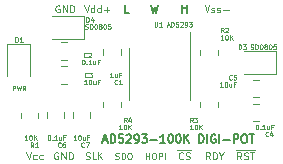
<source format=gto>
G04 #@! TF.GenerationSoftware,KiCad,Pcbnew,(6.0.0-0)*
G04 #@! TF.CreationDate,2023-03-25T21:38:46-07:00*
G04 #@! TF.ProjectId,breakout,62726561-6b6f-4757-942e-6b696361645f,2.0.1*
G04 #@! TF.SameCoordinates,Original*
G04 #@! TF.FileFunction,Legend,Top*
G04 #@! TF.FilePolarity,Positive*
%FSLAX46Y46*%
G04 Gerber Fmt 4.6, Leading zero omitted, Abs format (unit mm)*
G04 Created by KiCad (PCBNEW (6.0.0-0)) date 2023-03-25 21:38:46*
%MOMM*%
%LPD*%
G01*
G04 APERTURE LIST*
%ADD10C,0.140000*%
%ADD11C,0.120000*%
%ADD12C,0.100000*%
%ADD13C,0.080000*%
G04 APERTURE END LIST*
D10*
X145550000Y-111616666D02*
X145883333Y-111616666D01*
X145483333Y-111816666D02*
X145716666Y-111116666D01*
X145950000Y-111816666D01*
X146183333Y-111816666D02*
X146183333Y-111116666D01*
X146350000Y-111116666D01*
X146450000Y-111150000D01*
X146516666Y-111216666D01*
X146550000Y-111283333D01*
X146583333Y-111416666D01*
X146583333Y-111516666D01*
X146550000Y-111650000D01*
X146516666Y-111716666D01*
X146450000Y-111783333D01*
X146350000Y-111816666D01*
X146183333Y-111816666D01*
X147216666Y-111116666D02*
X146883333Y-111116666D01*
X146850000Y-111450000D01*
X146883333Y-111416666D01*
X146950000Y-111383333D01*
X147116666Y-111383333D01*
X147183333Y-111416666D01*
X147216666Y-111450000D01*
X147250000Y-111516666D01*
X147250000Y-111683333D01*
X147216666Y-111750000D01*
X147183333Y-111783333D01*
X147116666Y-111816666D01*
X146950000Y-111816666D01*
X146883333Y-111783333D01*
X146850000Y-111750000D01*
X147516666Y-111183333D02*
X147550000Y-111150000D01*
X147616666Y-111116666D01*
X147783333Y-111116666D01*
X147850000Y-111150000D01*
X147883333Y-111183333D01*
X147916666Y-111250000D01*
X147916666Y-111316666D01*
X147883333Y-111416666D01*
X147483333Y-111816666D01*
X147916666Y-111816666D01*
X148250000Y-111816666D02*
X148383333Y-111816666D01*
X148450000Y-111783333D01*
X148483333Y-111750000D01*
X148550000Y-111650000D01*
X148583333Y-111516666D01*
X148583333Y-111250000D01*
X148550000Y-111183333D01*
X148516666Y-111150000D01*
X148450000Y-111116666D01*
X148316666Y-111116666D01*
X148250000Y-111150000D01*
X148216666Y-111183333D01*
X148183333Y-111250000D01*
X148183333Y-111416666D01*
X148216666Y-111483333D01*
X148250000Y-111516666D01*
X148316666Y-111550000D01*
X148450000Y-111550000D01*
X148516666Y-111516666D01*
X148550000Y-111483333D01*
X148583333Y-111416666D01*
X148816666Y-111116666D02*
X149250000Y-111116666D01*
X149016666Y-111383333D01*
X149116666Y-111383333D01*
X149183333Y-111416666D01*
X149216666Y-111450000D01*
X149250000Y-111516666D01*
X149250000Y-111683333D01*
X149216666Y-111750000D01*
X149183333Y-111783333D01*
X149116666Y-111816666D01*
X148916666Y-111816666D01*
X148850000Y-111783333D01*
X148816666Y-111750000D01*
X149550000Y-111550000D02*
X150083333Y-111550000D01*
X150783333Y-111816666D02*
X150383333Y-111816666D01*
X150583333Y-111816666D02*
X150583333Y-111116666D01*
X150516666Y-111216666D01*
X150450000Y-111283333D01*
X150383333Y-111316666D01*
X151216666Y-111116666D02*
X151283333Y-111116666D01*
X151350000Y-111150000D01*
X151383333Y-111183333D01*
X151416666Y-111250000D01*
X151450000Y-111383333D01*
X151450000Y-111550000D01*
X151416666Y-111683333D01*
X151383333Y-111750000D01*
X151350000Y-111783333D01*
X151283333Y-111816666D01*
X151216666Y-111816666D01*
X151150000Y-111783333D01*
X151116666Y-111750000D01*
X151083333Y-111683333D01*
X151050000Y-111550000D01*
X151050000Y-111383333D01*
X151083333Y-111250000D01*
X151116666Y-111183333D01*
X151150000Y-111150000D01*
X151216666Y-111116666D01*
X151883333Y-111116666D02*
X151950000Y-111116666D01*
X152016666Y-111150000D01*
X152050000Y-111183333D01*
X152083333Y-111250000D01*
X152116666Y-111383333D01*
X152116666Y-111550000D01*
X152083333Y-111683333D01*
X152050000Y-111750000D01*
X152016666Y-111783333D01*
X151950000Y-111816666D01*
X151883333Y-111816666D01*
X151816666Y-111783333D01*
X151783333Y-111750000D01*
X151750000Y-111683333D01*
X151716666Y-111550000D01*
X151716666Y-111383333D01*
X151750000Y-111250000D01*
X151783333Y-111183333D01*
X151816666Y-111150000D01*
X151883333Y-111116666D01*
X152416666Y-111816666D02*
X152416666Y-111116666D01*
X152816666Y-111816666D02*
X152516666Y-111416666D01*
X152816666Y-111116666D02*
X152416666Y-111516666D01*
X153650000Y-111816666D02*
X153650000Y-111116666D01*
X153816666Y-111116666D01*
X153916666Y-111150000D01*
X153983333Y-111216666D01*
X154016666Y-111283333D01*
X154050000Y-111416666D01*
X154050000Y-111516666D01*
X154016666Y-111650000D01*
X153983333Y-111716666D01*
X153916666Y-111783333D01*
X153816666Y-111816666D01*
X153650000Y-111816666D01*
X154350000Y-111816666D02*
X154350000Y-111116666D01*
X155050000Y-111150000D02*
X154983333Y-111116666D01*
X154883333Y-111116666D01*
X154783333Y-111150000D01*
X154716666Y-111216666D01*
X154683333Y-111283333D01*
X154650000Y-111416666D01*
X154650000Y-111516666D01*
X154683333Y-111650000D01*
X154716666Y-111716666D01*
X154783333Y-111783333D01*
X154883333Y-111816666D01*
X154950000Y-111816666D01*
X155050000Y-111783333D01*
X155083333Y-111750000D01*
X155083333Y-111516666D01*
X154950000Y-111516666D01*
X155383333Y-111816666D02*
X155383333Y-111116666D01*
X155716666Y-111550000D02*
X156250000Y-111550000D01*
X156583333Y-111816666D02*
X156583333Y-111116666D01*
X156850000Y-111116666D01*
X156916666Y-111150000D01*
X156950000Y-111183333D01*
X156983333Y-111250000D01*
X156983333Y-111350000D01*
X156950000Y-111416666D01*
X156916666Y-111450000D01*
X156850000Y-111483333D01*
X156583333Y-111483333D01*
X157416666Y-111116666D02*
X157550000Y-111116666D01*
X157616666Y-111150000D01*
X157683333Y-111216666D01*
X157716666Y-111350000D01*
X157716666Y-111583333D01*
X157683333Y-111716666D01*
X157616666Y-111783333D01*
X157550000Y-111816666D01*
X157416666Y-111816666D01*
X157350000Y-111783333D01*
X157283333Y-111716666D01*
X157250000Y-111583333D01*
X157250000Y-111350000D01*
X157283333Y-111216666D01*
X157350000Y-111150000D01*
X157416666Y-111116666D01*
X157916666Y-111116666D02*
X158316666Y-111116666D01*
X158116666Y-111816666D02*
X158116666Y-111116666D01*
D11*
X143935142Y-100171428D02*
X144135142Y-100771428D01*
X144335142Y-100171428D01*
X144792285Y-100771428D02*
X144792285Y-100171428D01*
X144792285Y-100742857D02*
X144735142Y-100771428D01*
X144620857Y-100771428D01*
X144563714Y-100742857D01*
X144535142Y-100714285D01*
X144506571Y-100657142D01*
X144506571Y-100485714D01*
X144535142Y-100428571D01*
X144563714Y-100400000D01*
X144620857Y-100371428D01*
X144735142Y-100371428D01*
X144792285Y-100400000D01*
X145335142Y-100771428D02*
X145335142Y-100171428D01*
X145335142Y-100742857D02*
X145278000Y-100771428D01*
X145163714Y-100771428D01*
X145106571Y-100742857D01*
X145078000Y-100714285D01*
X145049428Y-100657142D01*
X145049428Y-100485714D01*
X145078000Y-100428571D01*
X145106571Y-100400000D01*
X145163714Y-100371428D01*
X145278000Y-100371428D01*
X145335142Y-100400000D01*
X145620857Y-100542857D02*
X146078000Y-100542857D01*
X145849428Y-100771428D02*
X145849428Y-100314285D01*
X144053085Y-113196657D02*
X144138800Y-113225228D01*
X144281657Y-113225228D01*
X144338800Y-113196657D01*
X144367371Y-113168085D01*
X144395942Y-113110942D01*
X144395942Y-113053800D01*
X144367371Y-112996657D01*
X144338800Y-112968085D01*
X144281657Y-112939514D01*
X144167371Y-112910942D01*
X144110228Y-112882371D01*
X144081657Y-112853800D01*
X144053085Y-112796657D01*
X144053085Y-112739514D01*
X144081657Y-112682371D01*
X144110228Y-112653800D01*
X144167371Y-112625228D01*
X144310228Y-112625228D01*
X144395942Y-112653800D01*
X144938800Y-113225228D02*
X144653085Y-113225228D01*
X144653085Y-112625228D01*
X145138800Y-113225228D02*
X145138800Y-112625228D01*
X145481657Y-113225228D02*
X145224514Y-112882371D01*
X145481657Y-112625228D02*
X145138800Y-112968085D01*
X141728942Y-112653800D02*
X141671800Y-112625228D01*
X141586085Y-112625228D01*
X141500371Y-112653800D01*
X141443228Y-112710942D01*
X141414657Y-112768085D01*
X141386085Y-112882371D01*
X141386085Y-112968085D01*
X141414657Y-113082371D01*
X141443228Y-113139514D01*
X141500371Y-113196657D01*
X141586085Y-113225228D01*
X141643228Y-113225228D01*
X141728942Y-113196657D01*
X141757514Y-113168085D01*
X141757514Y-112968085D01*
X141643228Y-112968085D01*
X142014657Y-113225228D02*
X142014657Y-112625228D01*
X142357514Y-113225228D01*
X142357514Y-112625228D01*
X142643228Y-113225228D02*
X142643228Y-112625228D01*
X142786085Y-112625228D01*
X142871800Y-112653800D01*
X142928942Y-112710942D01*
X142957514Y-112768085D01*
X142986085Y-112882371D01*
X142986085Y-112968085D01*
X142957514Y-113082371D01*
X142928942Y-113139514D01*
X142871800Y-113196657D01*
X142786085Y-113225228D01*
X142643228Y-113225228D01*
X156765800Y-112455800D02*
X157365800Y-112455800D01*
X157251514Y-113225228D02*
X157051514Y-112939514D01*
X156908657Y-113225228D02*
X156908657Y-112625228D01*
X157137228Y-112625228D01*
X157194371Y-112653800D01*
X157222942Y-112682371D01*
X157251514Y-112739514D01*
X157251514Y-112825228D01*
X157222942Y-112882371D01*
X157194371Y-112910942D01*
X157137228Y-112939514D01*
X156908657Y-112939514D01*
X157365800Y-112455800D02*
X157937228Y-112455800D01*
X157480085Y-113196657D02*
X157565800Y-113225228D01*
X157708657Y-113225228D01*
X157765800Y-113196657D01*
X157794371Y-113168085D01*
X157822942Y-113110942D01*
X157822942Y-113053800D01*
X157794371Y-112996657D01*
X157765800Y-112968085D01*
X157708657Y-112939514D01*
X157594371Y-112910942D01*
X157537228Y-112882371D01*
X157508657Y-112853800D01*
X157480085Y-112796657D01*
X157480085Y-112739514D01*
X157508657Y-112682371D01*
X157537228Y-112653800D01*
X157594371Y-112625228D01*
X157737228Y-112625228D01*
X157822942Y-112653800D01*
X157937228Y-112455800D02*
X158394371Y-112455800D01*
X157994371Y-112625228D02*
X158337228Y-112625228D01*
X158165800Y-113225228D02*
X158165800Y-112625228D01*
X154135142Y-100171428D02*
X154335142Y-100771428D01*
X154535142Y-100171428D01*
X154706571Y-100742857D02*
X154763714Y-100771428D01*
X154878000Y-100771428D01*
X154935142Y-100742857D01*
X154963714Y-100685714D01*
X154963714Y-100657142D01*
X154935142Y-100600000D01*
X154878000Y-100571428D01*
X154792285Y-100571428D01*
X154735142Y-100542857D01*
X154706571Y-100485714D01*
X154706571Y-100457142D01*
X154735142Y-100400000D01*
X154792285Y-100371428D01*
X154878000Y-100371428D01*
X154935142Y-100400000D01*
X155192285Y-100742857D02*
X155249428Y-100771428D01*
X155363714Y-100771428D01*
X155420857Y-100742857D01*
X155449428Y-100685714D01*
X155449428Y-100657142D01*
X155420857Y-100600000D01*
X155363714Y-100571428D01*
X155278000Y-100571428D01*
X155220857Y-100542857D01*
X155192285Y-100485714D01*
X155192285Y-100457142D01*
X155220857Y-100400000D01*
X155278000Y-100371428D01*
X155363714Y-100371428D01*
X155420857Y-100400000D01*
X155706571Y-100542857D02*
X156163714Y-100542857D01*
X139042942Y-112625228D02*
X139242942Y-113225228D01*
X139442942Y-112625228D01*
X139900085Y-113196657D02*
X139842942Y-113225228D01*
X139728657Y-113225228D01*
X139671514Y-113196657D01*
X139642942Y-113168085D01*
X139614371Y-113110942D01*
X139614371Y-112939514D01*
X139642942Y-112882371D01*
X139671514Y-112853800D01*
X139728657Y-112825228D01*
X139842942Y-112825228D01*
X139900085Y-112853800D01*
X140414371Y-113196657D02*
X140357228Y-113225228D01*
X140242942Y-113225228D01*
X140185800Y-113196657D01*
X140157228Y-113168085D01*
X140128657Y-113110942D01*
X140128657Y-112939514D01*
X140157228Y-112882371D01*
X140185800Y-112853800D01*
X140242942Y-112825228D01*
X140357228Y-112825228D01*
X140414371Y-112853800D01*
X141835142Y-100200000D02*
X141778000Y-100171428D01*
X141692285Y-100171428D01*
X141606571Y-100200000D01*
X141549428Y-100257142D01*
X141520857Y-100314285D01*
X141492285Y-100428571D01*
X141492285Y-100514285D01*
X141520857Y-100628571D01*
X141549428Y-100685714D01*
X141606571Y-100742857D01*
X141692285Y-100771428D01*
X141749428Y-100771428D01*
X141835142Y-100742857D01*
X141863714Y-100714285D01*
X141863714Y-100514285D01*
X141749428Y-100514285D01*
X142120857Y-100771428D02*
X142120857Y-100171428D01*
X142463714Y-100771428D01*
X142463714Y-100171428D01*
X142749428Y-100771428D02*
X142749428Y-100171428D01*
X142892285Y-100171428D01*
X142978000Y-100200000D01*
X143035142Y-100257142D01*
X143063714Y-100314285D01*
X143092285Y-100428571D01*
X143092285Y-100514285D01*
X143063714Y-100628571D01*
X143035142Y-100685714D01*
X142978000Y-100742857D01*
X142892285Y-100771428D01*
X142749428Y-100771428D01*
D10*
X149591000Y-100116666D02*
X149757666Y-100816666D01*
X149891000Y-100316666D01*
X150024333Y-100816666D01*
X150191000Y-100116666D01*
X147691000Y-100816666D02*
X147357666Y-100816666D01*
X147357666Y-100116666D01*
D12*
X149131990Y-113179990D02*
X149131990Y-112679990D01*
X149131990Y-112918085D02*
X149434847Y-112918085D01*
X149434847Y-113179990D02*
X149434847Y-112679990D01*
X149788180Y-112679990D02*
X149889133Y-112679990D01*
X149939609Y-112703800D01*
X149990085Y-112751419D01*
X150015323Y-112846657D01*
X150015323Y-113013323D01*
X149990085Y-113108561D01*
X149939609Y-113156180D01*
X149889133Y-113179990D01*
X149788180Y-113179990D01*
X149737704Y-113156180D01*
X149687228Y-113108561D01*
X149661990Y-113013323D01*
X149661990Y-112846657D01*
X149687228Y-112751419D01*
X149737704Y-112703800D01*
X149788180Y-112679990D01*
X150242466Y-113179990D02*
X150242466Y-112679990D01*
X150444371Y-112679990D01*
X150494847Y-112703800D01*
X150520085Y-112727609D01*
X150545323Y-112775228D01*
X150545323Y-112846657D01*
X150520085Y-112894276D01*
X150494847Y-112918085D01*
X150444371Y-112941895D01*
X150242466Y-112941895D01*
X150772466Y-113179990D02*
X150772466Y-112679990D01*
X146566752Y-113156180D02*
X146642466Y-113179990D01*
X146768657Y-113179990D01*
X146819133Y-113156180D01*
X146844371Y-113132371D01*
X146869609Y-113084752D01*
X146869609Y-113037133D01*
X146844371Y-112989514D01*
X146819133Y-112965704D01*
X146768657Y-112941895D01*
X146667704Y-112918085D01*
X146617228Y-112894276D01*
X146591990Y-112870466D01*
X146566752Y-112822847D01*
X146566752Y-112775228D01*
X146591990Y-112727609D01*
X146617228Y-112703800D01*
X146667704Y-112679990D01*
X146793895Y-112679990D01*
X146869609Y-112703800D01*
X147096752Y-113179990D02*
X147096752Y-112679990D01*
X147222942Y-112679990D01*
X147298657Y-112703800D01*
X147349133Y-112751419D01*
X147374371Y-112799038D01*
X147399609Y-112894276D01*
X147399609Y-112965704D01*
X147374371Y-113060942D01*
X147349133Y-113108561D01*
X147298657Y-113156180D01*
X147222942Y-113179990D01*
X147096752Y-113179990D01*
X147727704Y-112679990D02*
X147828657Y-112679990D01*
X147879133Y-112703800D01*
X147929609Y-112751419D01*
X147954847Y-112846657D01*
X147954847Y-113013323D01*
X147929609Y-113108561D01*
X147879133Y-113156180D01*
X147828657Y-113179990D01*
X147727704Y-113179990D01*
X147677228Y-113156180D01*
X147626752Y-113108561D01*
X147601514Y-113013323D01*
X147601514Y-112846657D01*
X147626752Y-112751419D01*
X147677228Y-112703800D01*
X147727704Y-112679990D01*
D11*
X154584514Y-113225228D02*
X154384514Y-112939514D01*
X154241657Y-113225228D02*
X154241657Y-112625228D01*
X154470228Y-112625228D01*
X154527371Y-112653800D01*
X154555942Y-112682371D01*
X154584514Y-112739514D01*
X154584514Y-112825228D01*
X154555942Y-112882371D01*
X154527371Y-112910942D01*
X154470228Y-112939514D01*
X154241657Y-112939514D01*
X154841657Y-113225228D02*
X154841657Y-112625228D01*
X154984514Y-112625228D01*
X155070228Y-112653800D01*
X155127371Y-112710942D01*
X155155942Y-112768085D01*
X155184514Y-112882371D01*
X155184514Y-112968085D01*
X155155942Y-113082371D01*
X155127371Y-113139514D01*
X155070228Y-113196657D01*
X154984514Y-113225228D01*
X154841657Y-113225228D01*
X155555942Y-112939514D02*
X155555942Y-113225228D01*
X155355942Y-112625228D02*
X155555942Y-112939514D01*
X155755942Y-112625228D01*
X151812800Y-112455800D02*
X152412800Y-112455800D01*
X152298514Y-113168085D02*
X152269942Y-113196657D01*
X152184228Y-113225228D01*
X152127085Y-113225228D01*
X152041371Y-113196657D01*
X151984228Y-113139514D01*
X151955657Y-113082371D01*
X151927085Y-112968085D01*
X151927085Y-112882371D01*
X151955657Y-112768085D01*
X151984228Y-112710942D01*
X152041371Y-112653800D01*
X152127085Y-112625228D01*
X152184228Y-112625228D01*
X152269942Y-112653800D01*
X152298514Y-112682371D01*
X152412800Y-112455800D02*
X152984228Y-112455800D01*
X152527085Y-113196657D02*
X152612800Y-113225228D01*
X152755657Y-113225228D01*
X152812800Y-113196657D01*
X152841371Y-113168085D01*
X152869942Y-113110942D01*
X152869942Y-113053800D01*
X152841371Y-112996657D01*
X152812800Y-112968085D01*
X152755657Y-112939514D01*
X152641371Y-112910942D01*
X152584228Y-112882371D01*
X152555657Y-112853800D01*
X152527085Y-112796657D01*
X152527085Y-112739514D01*
X152555657Y-112682371D01*
X152584228Y-112653800D01*
X152641371Y-112625228D01*
X152784228Y-112625228D01*
X152869942Y-112653800D01*
D10*
X152257666Y-100816666D02*
X152257666Y-100116666D01*
X152257666Y-100450000D02*
X152657666Y-100450000D01*
X152657666Y-100816666D02*
X152657666Y-100116666D01*
D13*
X138104761Y-103280952D02*
X138104761Y-102880952D01*
X138200000Y-102880952D01*
X138257142Y-102900000D01*
X138295238Y-102938095D01*
X138314285Y-102976190D01*
X138333333Y-103052380D01*
X138333333Y-103109523D01*
X138314285Y-103185714D01*
X138295238Y-103223809D01*
X138257142Y-103261904D01*
X138200000Y-103280952D01*
X138104761Y-103280952D01*
X138714285Y-103280952D02*
X138485714Y-103280952D01*
X138600000Y-103280952D02*
X138600000Y-102880952D01*
X138561904Y-102938095D01*
X138523809Y-102976190D01*
X138485714Y-102995238D01*
X137866666Y-107380952D02*
X137866666Y-106980952D01*
X138019047Y-106980952D01*
X138057142Y-107000000D01*
X138076190Y-107019047D01*
X138095238Y-107057142D01*
X138095238Y-107114285D01*
X138076190Y-107152380D01*
X138057142Y-107171428D01*
X138019047Y-107190476D01*
X137866666Y-107190476D01*
X138228571Y-106980952D02*
X138323809Y-107380952D01*
X138400000Y-107095238D01*
X138476190Y-107380952D01*
X138571428Y-106980952D01*
X138952380Y-107380952D02*
X138819047Y-107190476D01*
X138723809Y-107380952D02*
X138723809Y-106980952D01*
X138876190Y-106980952D01*
X138914285Y-107000000D01*
X138933333Y-107019047D01*
X138952380Y-107057142D01*
X138952380Y-107114285D01*
X138933333Y-107152380D01*
X138914285Y-107171428D01*
X138876190Y-107190476D01*
X138723809Y-107190476D01*
X156433333Y-106442857D02*
X156414285Y-106461904D01*
X156357142Y-106480952D01*
X156319047Y-106480952D01*
X156261904Y-106461904D01*
X156223809Y-106423809D01*
X156204761Y-106385714D01*
X156185714Y-106309523D01*
X156185714Y-106252380D01*
X156204761Y-106176190D01*
X156223809Y-106138095D01*
X156261904Y-106100000D01*
X156319047Y-106080952D01*
X156357142Y-106080952D01*
X156414285Y-106100000D01*
X156433333Y-106119047D01*
X156795238Y-106080952D02*
X156604761Y-106080952D01*
X156585714Y-106271428D01*
X156604761Y-106252380D01*
X156642857Y-106233333D01*
X156738095Y-106233333D01*
X156776190Y-106252380D01*
X156795238Y-106271428D01*
X156814285Y-106309523D01*
X156814285Y-106404761D01*
X156795238Y-106442857D01*
X156776190Y-106461904D01*
X156738095Y-106480952D01*
X156642857Y-106480952D01*
X156604761Y-106461904D01*
X156585714Y-106442857D01*
X155671428Y-107080952D02*
X155442857Y-107080952D01*
X155557142Y-107080952D02*
X155557142Y-106680952D01*
X155519047Y-106738095D01*
X155480952Y-106776190D01*
X155442857Y-106795238D01*
X155919047Y-106680952D02*
X155957142Y-106680952D01*
X155995238Y-106700000D01*
X156014285Y-106719047D01*
X156033333Y-106757142D01*
X156052380Y-106833333D01*
X156052380Y-106928571D01*
X156033333Y-107004761D01*
X156014285Y-107042857D01*
X155995238Y-107061904D01*
X155957142Y-107080952D01*
X155919047Y-107080952D01*
X155880952Y-107061904D01*
X155861904Y-107042857D01*
X155842857Y-107004761D01*
X155823809Y-106928571D01*
X155823809Y-106833333D01*
X155842857Y-106757142D01*
X155861904Y-106719047D01*
X155880952Y-106700000D01*
X155919047Y-106680952D01*
X156395238Y-106814285D02*
X156395238Y-107080952D01*
X156223809Y-106814285D02*
X156223809Y-107023809D01*
X156242857Y-107061904D01*
X156280952Y-107080952D01*
X156338095Y-107080952D01*
X156376190Y-107061904D01*
X156395238Y-107042857D01*
X156719047Y-106871428D02*
X156585714Y-106871428D01*
X156585714Y-107080952D02*
X156585714Y-106680952D01*
X156776190Y-106680952D01*
X144133333Y-104542857D02*
X144114285Y-104561904D01*
X144057142Y-104580952D01*
X144019047Y-104580952D01*
X143961904Y-104561904D01*
X143923809Y-104523809D01*
X143904761Y-104485714D01*
X143885714Y-104409523D01*
X143885714Y-104352380D01*
X143904761Y-104276190D01*
X143923809Y-104238095D01*
X143961904Y-104200000D01*
X144019047Y-104180952D01*
X144057142Y-104180952D01*
X144114285Y-104200000D01*
X144133333Y-104219047D01*
X144285714Y-104219047D02*
X144304761Y-104200000D01*
X144342857Y-104180952D01*
X144438095Y-104180952D01*
X144476190Y-104200000D01*
X144495238Y-104219047D01*
X144514285Y-104257142D01*
X144514285Y-104295238D01*
X144495238Y-104352380D01*
X144266666Y-104580952D01*
X144514285Y-104580952D01*
X143842857Y-104780952D02*
X143880952Y-104780952D01*
X143919047Y-104800000D01*
X143938095Y-104819047D01*
X143957142Y-104857142D01*
X143976190Y-104933333D01*
X143976190Y-105028571D01*
X143957142Y-105104761D01*
X143938095Y-105142857D01*
X143919047Y-105161904D01*
X143880952Y-105180952D01*
X143842857Y-105180952D01*
X143804761Y-105161904D01*
X143785714Y-105142857D01*
X143766666Y-105104761D01*
X143747619Y-105028571D01*
X143747619Y-104933333D01*
X143766666Y-104857142D01*
X143785714Y-104819047D01*
X143804761Y-104800000D01*
X143842857Y-104780952D01*
X144147619Y-105142857D02*
X144166666Y-105161904D01*
X144147619Y-105180952D01*
X144128571Y-105161904D01*
X144147619Y-105142857D01*
X144147619Y-105180952D01*
X144547619Y-105180952D02*
X144319047Y-105180952D01*
X144433333Y-105180952D02*
X144433333Y-104780952D01*
X144395238Y-104838095D01*
X144357142Y-104876190D01*
X144319047Y-104895238D01*
X144890476Y-104914285D02*
X144890476Y-105180952D01*
X144719047Y-104914285D02*
X144719047Y-105123809D01*
X144738095Y-105161904D01*
X144776190Y-105180952D01*
X144833333Y-105180952D01*
X144871428Y-105161904D01*
X144890476Y-105142857D01*
X145214285Y-104971428D02*
X145080952Y-104971428D01*
X145080952Y-105180952D02*
X145080952Y-104780952D01*
X145271428Y-104780952D01*
X157004761Y-103880952D02*
X157004761Y-103480952D01*
X157100000Y-103480952D01*
X157157142Y-103500000D01*
X157195238Y-103538095D01*
X157214285Y-103576190D01*
X157233333Y-103652380D01*
X157233333Y-103709523D01*
X157214285Y-103785714D01*
X157195238Y-103823809D01*
X157157142Y-103861904D01*
X157100000Y-103880952D01*
X157004761Y-103880952D01*
X157366666Y-103480952D02*
X157614285Y-103480952D01*
X157480952Y-103633333D01*
X157538095Y-103633333D01*
X157576190Y-103652380D01*
X157595238Y-103671428D01*
X157614285Y-103709523D01*
X157614285Y-103804761D01*
X157595238Y-103842857D01*
X157576190Y-103861904D01*
X157538095Y-103880952D01*
X157423809Y-103880952D01*
X157385714Y-103861904D01*
X157366666Y-103842857D01*
X158023809Y-103861904D02*
X158080952Y-103880952D01*
X158176190Y-103880952D01*
X158214285Y-103861904D01*
X158233333Y-103842857D01*
X158252380Y-103804761D01*
X158252380Y-103766666D01*
X158233333Y-103728571D01*
X158214285Y-103709523D01*
X158176190Y-103690476D01*
X158100000Y-103671428D01*
X158061904Y-103652380D01*
X158042857Y-103633333D01*
X158023809Y-103595238D01*
X158023809Y-103557142D01*
X158042857Y-103519047D01*
X158061904Y-103500000D01*
X158100000Y-103480952D01*
X158195238Y-103480952D01*
X158252380Y-103500000D01*
X158423809Y-103880952D02*
X158423809Y-103480952D01*
X158519047Y-103480952D01*
X158576190Y-103500000D01*
X158614285Y-103538095D01*
X158633333Y-103576190D01*
X158652380Y-103652380D01*
X158652380Y-103709523D01*
X158633333Y-103785714D01*
X158614285Y-103823809D01*
X158576190Y-103861904D01*
X158519047Y-103880952D01*
X158423809Y-103880952D01*
X158900000Y-103480952D02*
X158938095Y-103480952D01*
X158976190Y-103500000D01*
X158995238Y-103519047D01*
X159014285Y-103557142D01*
X159033333Y-103633333D01*
X159033333Y-103728571D01*
X159014285Y-103804761D01*
X158995238Y-103842857D01*
X158976190Y-103861904D01*
X158938095Y-103880952D01*
X158900000Y-103880952D01*
X158861904Y-103861904D01*
X158842857Y-103842857D01*
X158823809Y-103804761D01*
X158804761Y-103728571D01*
X158804761Y-103633333D01*
X158823809Y-103557142D01*
X158842857Y-103519047D01*
X158861904Y-103500000D01*
X158900000Y-103480952D01*
X159261904Y-103652380D02*
X159223809Y-103633333D01*
X159204761Y-103614285D01*
X159185714Y-103576190D01*
X159185714Y-103557142D01*
X159204761Y-103519047D01*
X159223809Y-103500000D01*
X159261904Y-103480952D01*
X159338095Y-103480952D01*
X159376190Y-103500000D01*
X159395238Y-103519047D01*
X159414285Y-103557142D01*
X159414285Y-103576190D01*
X159395238Y-103614285D01*
X159376190Y-103633333D01*
X159338095Y-103652380D01*
X159261904Y-103652380D01*
X159223809Y-103671428D01*
X159204761Y-103690476D01*
X159185714Y-103728571D01*
X159185714Y-103804761D01*
X159204761Y-103842857D01*
X159223809Y-103861904D01*
X159261904Y-103880952D01*
X159338095Y-103880952D01*
X159376190Y-103861904D01*
X159395238Y-103842857D01*
X159414285Y-103804761D01*
X159414285Y-103728571D01*
X159395238Y-103690476D01*
X159376190Y-103671428D01*
X159338095Y-103652380D01*
X159661904Y-103480952D02*
X159700000Y-103480952D01*
X159738095Y-103500000D01*
X159757142Y-103519047D01*
X159776190Y-103557142D01*
X159795238Y-103633333D01*
X159795238Y-103728571D01*
X159776190Y-103804761D01*
X159757142Y-103842857D01*
X159738095Y-103861904D01*
X159700000Y-103880952D01*
X159661904Y-103880952D01*
X159623809Y-103861904D01*
X159604761Y-103842857D01*
X159585714Y-103804761D01*
X159566666Y-103728571D01*
X159566666Y-103633333D01*
X159585714Y-103557142D01*
X159604761Y-103519047D01*
X159623809Y-103500000D01*
X159661904Y-103480952D01*
X160157142Y-103480952D02*
X159966666Y-103480952D01*
X159947619Y-103671428D01*
X159966666Y-103652380D01*
X160004761Y-103633333D01*
X160100000Y-103633333D01*
X160138095Y-103652380D01*
X160157142Y-103671428D01*
X160176190Y-103709523D01*
X160176190Y-103804761D01*
X160157142Y-103842857D01*
X160138095Y-103861904D01*
X160100000Y-103880952D01*
X160004761Y-103880952D01*
X159966666Y-103861904D01*
X159947619Y-103842857D01*
X141933333Y-112142857D02*
X141914285Y-112161904D01*
X141857142Y-112180952D01*
X141819047Y-112180952D01*
X141761904Y-112161904D01*
X141723809Y-112123809D01*
X141704761Y-112085714D01*
X141685714Y-112009523D01*
X141685714Y-111952380D01*
X141704761Y-111876190D01*
X141723809Y-111838095D01*
X141761904Y-111800000D01*
X141819047Y-111780952D01*
X141857142Y-111780952D01*
X141914285Y-111800000D01*
X141933333Y-111819047D01*
X142276190Y-111780952D02*
X142200000Y-111780952D01*
X142161904Y-111800000D01*
X142142857Y-111819047D01*
X142104761Y-111876190D01*
X142085714Y-111952380D01*
X142085714Y-112104761D01*
X142104761Y-112142857D01*
X142123809Y-112161904D01*
X142161904Y-112180952D01*
X142238095Y-112180952D01*
X142276190Y-112161904D01*
X142295238Y-112142857D01*
X142314285Y-112104761D01*
X142314285Y-112009523D01*
X142295238Y-111971428D01*
X142276190Y-111952380D01*
X142238095Y-111933333D01*
X142161904Y-111933333D01*
X142123809Y-111952380D01*
X142104761Y-111971428D01*
X142085714Y-112009523D01*
X140942857Y-111180952D02*
X140980952Y-111180952D01*
X141019047Y-111200000D01*
X141038095Y-111219047D01*
X141057142Y-111257142D01*
X141076190Y-111333333D01*
X141076190Y-111428571D01*
X141057142Y-111504761D01*
X141038095Y-111542857D01*
X141019047Y-111561904D01*
X140980952Y-111580952D01*
X140942857Y-111580952D01*
X140904761Y-111561904D01*
X140885714Y-111542857D01*
X140866666Y-111504761D01*
X140847619Y-111428571D01*
X140847619Y-111333333D01*
X140866666Y-111257142D01*
X140885714Y-111219047D01*
X140904761Y-111200000D01*
X140942857Y-111180952D01*
X141247619Y-111542857D02*
X141266666Y-111561904D01*
X141247619Y-111580952D01*
X141228571Y-111561904D01*
X141247619Y-111542857D01*
X141247619Y-111580952D01*
X141647619Y-111580952D02*
X141419047Y-111580952D01*
X141533333Y-111580952D02*
X141533333Y-111180952D01*
X141495238Y-111238095D01*
X141457142Y-111276190D01*
X141419047Y-111295238D01*
X141990476Y-111314285D02*
X141990476Y-111580952D01*
X141819047Y-111314285D02*
X141819047Y-111523809D01*
X141838095Y-111561904D01*
X141876190Y-111580952D01*
X141933333Y-111580952D01*
X141971428Y-111561904D01*
X141990476Y-111542857D01*
X142314285Y-111371428D02*
X142180952Y-111371428D01*
X142180952Y-111580952D02*
X142180952Y-111180952D01*
X142371428Y-111180952D01*
X149895238Y-101580952D02*
X149895238Y-101904761D01*
X149914285Y-101942857D01*
X149933333Y-101961904D01*
X149971428Y-101980952D01*
X150047619Y-101980952D01*
X150085714Y-101961904D01*
X150104761Y-101942857D01*
X150123809Y-101904761D01*
X150123809Y-101580952D01*
X150523809Y-101980952D02*
X150295238Y-101980952D01*
X150409523Y-101980952D02*
X150409523Y-101580952D01*
X150371428Y-101638095D01*
X150333333Y-101676190D01*
X150295238Y-101695238D01*
X150942857Y-101866666D02*
X151133333Y-101866666D01*
X150904761Y-101980952D02*
X151038095Y-101580952D01*
X151171428Y-101980952D01*
X151304761Y-101980952D02*
X151304761Y-101580952D01*
X151400000Y-101580952D01*
X151457142Y-101600000D01*
X151495238Y-101638095D01*
X151514285Y-101676190D01*
X151533333Y-101752380D01*
X151533333Y-101809523D01*
X151514285Y-101885714D01*
X151495238Y-101923809D01*
X151457142Y-101961904D01*
X151400000Y-101980952D01*
X151304761Y-101980952D01*
X151895238Y-101580952D02*
X151704761Y-101580952D01*
X151685714Y-101771428D01*
X151704761Y-101752380D01*
X151742857Y-101733333D01*
X151838095Y-101733333D01*
X151876190Y-101752380D01*
X151895238Y-101771428D01*
X151914285Y-101809523D01*
X151914285Y-101904761D01*
X151895238Y-101942857D01*
X151876190Y-101961904D01*
X151838095Y-101980952D01*
X151742857Y-101980952D01*
X151704761Y-101961904D01*
X151685714Y-101942857D01*
X152066666Y-101619047D02*
X152085714Y-101600000D01*
X152123809Y-101580952D01*
X152219047Y-101580952D01*
X152257142Y-101600000D01*
X152276190Y-101619047D01*
X152295238Y-101657142D01*
X152295238Y-101695238D01*
X152276190Y-101752380D01*
X152047619Y-101980952D01*
X152295238Y-101980952D01*
X152485714Y-101980952D02*
X152561904Y-101980952D01*
X152600000Y-101961904D01*
X152619047Y-101942857D01*
X152657142Y-101885714D01*
X152676190Y-101809523D01*
X152676190Y-101657142D01*
X152657142Y-101619047D01*
X152638095Y-101600000D01*
X152600000Y-101580952D01*
X152523809Y-101580952D01*
X152485714Y-101600000D01*
X152466666Y-101619047D01*
X152447619Y-101657142D01*
X152447619Y-101752380D01*
X152466666Y-101790476D01*
X152485714Y-101809523D01*
X152523809Y-101828571D01*
X152600000Y-101828571D01*
X152638095Y-101809523D01*
X152657142Y-101790476D01*
X152676190Y-101752380D01*
X152809523Y-101580952D02*
X153057142Y-101580952D01*
X152923809Y-101733333D01*
X152980952Y-101733333D01*
X153019047Y-101752380D01*
X153038095Y-101771428D01*
X153057142Y-101809523D01*
X153057142Y-101904761D01*
X153038095Y-101942857D01*
X153019047Y-101961904D01*
X152980952Y-101980952D01*
X152866666Y-101980952D01*
X152828571Y-101961904D01*
X152809523Y-101942857D01*
X144104761Y-101580952D02*
X144104761Y-101180952D01*
X144200000Y-101180952D01*
X144257142Y-101200000D01*
X144295238Y-101238095D01*
X144314285Y-101276190D01*
X144333333Y-101352380D01*
X144333333Y-101409523D01*
X144314285Y-101485714D01*
X144295238Y-101523809D01*
X144257142Y-101561904D01*
X144200000Y-101580952D01*
X144104761Y-101580952D01*
X144676190Y-101314285D02*
X144676190Y-101580952D01*
X144580952Y-101161904D02*
X144485714Y-101447619D01*
X144733333Y-101447619D01*
X144023809Y-102161904D02*
X144080952Y-102180952D01*
X144176190Y-102180952D01*
X144214285Y-102161904D01*
X144233333Y-102142857D01*
X144252380Y-102104761D01*
X144252380Y-102066666D01*
X144233333Y-102028571D01*
X144214285Y-102009523D01*
X144176190Y-101990476D01*
X144100000Y-101971428D01*
X144061904Y-101952380D01*
X144042857Y-101933333D01*
X144023809Y-101895238D01*
X144023809Y-101857142D01*
X144042857Y-101819047D01*
X144061904Y-101800000D01*
X144100000Y-101780952D01*
X144195238Y-101780952D01*
X144252380Y-101800000D01*
X144423809Y-102180952D02*
X144423809Y-101780952D01*
X144519047Y-101780952D01*
X144576190Y-101800000D01*
X144614285Y-101838095D01*
X144633333Y-101876190D01*
X144652380Y-101952380D01*
X144652380Y-102009523D01*
X144633333Y-102085714D01*
X144614285Y-102123809D01*
X144576190Y-102161904D01*
X144519047Y-102180952D01*
X144423809Y-102180952D01*
X144900000Y-101780952D02*
X144938095Y-101780952D01*
X144976190Y-101800000D01*
X144995238Y-101819047D01*
X145014285Y-101857142D01*
X145033333Y-101933333D01*
X145033333Y-102028571D01*
X145014285Y-102104761D01*
X144995238Y-102142857D01*
X144976190Y-102161904D01*
X144938095Y-102180952D01*
X144900000Y-102180952D01*
X144861904Y-102161904D01*
X144842857Y-102142857D01*
X144823809Y-102104761D01*
X144804761Y-102028571D01*
X144804761Y-101933333D01*
X144823809Y-101857142D01*
X144842857Y-101819047D01*
X144861904Y-101800000D01*
X144900000Y-101780952D01*
X145261904Y-101952380D02*
X145223809Y-101933333D01*
X145204761Y-101914285D01*
X145185714Y-101876190D01*
X145185714Y-101857142D01*
X145204761Y-101819047D01*
X145223809Y-101800000D01*
X145261904Y-101780952D01*
X145338095Y-101780952D01*
X145376190Y-101800000D01*
X145395238Y-101819047D01*
X145414285Y-101857142D01*
X145414285Y-101876190D01*
X145395238Y-101914285D01*
X145376190Y-101933333D01*
X145338095Y-101952380D01*
X145261904Y-101952380D01*
X145223809Y-101971428D01*
X145204761Y-101990476D01*
X145185714Y-102028571D01*
X145185714Y-102104761D01*
X145204761Y-102142857D01*
X145223809Y-102161904D01*
X145261904Y-102180952D01*
X145338095Y-102180952D01*
X145376190Y-102161904D01*
X145395238Y-102142857D01*
X145414285Y-102104761D01*
X145414285Y-102028571D01*
X145395238Y-101990476D01*
X145376190Y-101971428D01*
X145338095Y-101952380D01*
X145661904Y-101780952D02*
X145700000Y-101780952D01*
X145738095Y-101800000D01*
X145757142Y-101819047D01*
X145776190Y-101857142D01*
X145795238Y-101933333D01*
X145795238Y-102028571D01*
X145776190Y-102104761D01*
X145757142Y-102142857D01*
X145738095Y-102161904D01*
X145700000Y-102180952D01*
X145661904Y-102180952D01*
X145623809Y-102161904D01*
X145604761Y-102142857D01*
X145585714Y-102104761D01*
X145566666Y-102028571D01*
X145566666Y-101933333D01*
X145585714Y-101857142D01*
X145604761Y-101819047D01*
X145623809Y-101800000D01*
X145661904Y-101780952D01*
X146157142Y-101780952D02*
X145966666Y-101780952D01*
X145947619Y-101971428D01*
X145966666Y-101952380D01*
X146004761Y-101933333D01*
X146100000Y-101933333D01*
X146138095Y-101952380D01*
X146157142Y-101971428D01*
X146176190Y-102009523D01*
X146176190Y-102104761D01*
X146157142Y-102142857D01*
X146138095Y-102161904D01*
X146100000Y-102180952D01*
X146004761Y-102180952D01*
X145966666Y-102161904D01*
X145947619Y-102142857D01*
X139633333Y-112180952D02*
X139500000Y-111990476D01*
X139404761Y-112180952D02*
X139404761Y-111780952D01*
X139557142Y-111780952D01*
X139595238Y-111800000D01*
X139614285Y-111819047D01*
X139633333Y-111857142D01*
X139633333Y-111914285D01*
X139614285Y-111952380D01*
X139595238Y-111971428D01*
X139557142Y-111990476D01*
X139404761Y-111990476D01*
X140014285Y-112180952D02*
X139785714Y-112180952D01*
X139900000Y-112180952D02*
X139900000Y-111780952D01*
X139861904Y-111838095D01*
X139823809Y-111876190D01*
X139785714Y-111895238D01*
X139123809Y-111580952D02*
X138895238Y-111580952D01*
X139009523Y-111580952D02*
X139009523Y-111180952D01*
X138971428Y-111238095D01*
X138933333Y-111276190D01*
X138895238Y-111295238D01*
X139371428Y-111180952D02*
X139409523Y-111180952D01*
X139447619Y-111200000D01*
X139466666Y-111219047D01*
X139485714Y-111257142D01*
X139504761Y-111333333D01*
X139504761Y-111428571D01*
X139485714Y-111504761D01*
X139466666Y-111542857D01*
X139447619Y-111561904D01*
X139409523Y-111580952D01*
X139371428Y-111580952D01*
X139333333Y-111561904D01*
X139314285Y-111542857D01*
X139295238Y-111504761D01*
X139276190Y-111428571D01*
X139276190Y-111333333D01*
X139295238Y-111257142D01*
X139314285Y-111219047D01*
X139333333Y-111200000D01*
X139371428Y-111180952D01*
X139676190Y-111580952D02*
X139676190Y-111180952D01*
X139904761Y-111580952D02*
X139733333Y-111352380D01*
X139904761Y-111180952D02*
X139676190Y-111409523D01*
X144233333Y-106242857D02*
X144214285Y-106261904D01*
X144157142Y-106280952D01*
X144119047Y-106280952D01*
X144061904Y-106261904D01*
X144023809Y-106223809D01*
X144004761Y-106185714D01*
X143985714Y-106109523D01*
X143985714Y-106052380D01*
X144004761Y-105976190D01*
X144023809Y-105938095D01*
X144061904Y-105900000D01*
X144119047Y-105880952D01*
X144157142Y-105880952D01*
X144214285Y-105900000D01*
X144233333Y-105919047D01*
X144366666Y-105880952D02*
X144614285Y-105880952D01*
X144480952Y-106033333D01*
X144538095Y-106033333D01*
X144576190Y-106052380D01*
X144595238Y-106071428D01*
X144614285Y-106109523D01*
X144614285Y-106204761D01*
X144595238Y-106242857D01*
X144576190Y-106261904D01*
X144538095Y-106280952D01*
X144423809Y-106280952D01*
X144385714Y-106261904D01*
X144366666Y-106242857D01*
X144171428Y-106880952D02*
X143942857Y-106880952D01*
X144057142Y-106880952D02*
X144057142Y-106480952D01*
X144019047Y-106538095D01*
X143980952Y-106576190D01*
X143942857Y-106595238D01*
X144419047Y-106480952D02*
X144457142Y-106480952D01*
X144495238Y-106500000D01*
X144514285Y-106519047D01*
X144533333Y-106557142D01*
X144552380Y-106633333D01*
X144552380Y-106728571D01*
X144533333Y-106804761D01*
X144514285Y-106842857D01*
X144495238Y-106861904D01*
X144457142Y-106880952D01*
X144419047Y-106880952D01*
X144380952Y-106861904D01*
X144361904Y-106842857D01*
X144342857Y-106804761D01*
X144323809Y-106728571D01*
X144323809Y-106633333D01*
X144342857Y-106557142D01*
X144361904Y-106519047D01*
X144380952Y-106500000D01*
X144419047Y-106480952D01*
X144895238Y-106614285D02*
X144895238Y-106880952D01*
X144723809Y-106614285D02*
X144723809Y-106823809D01*
X144742857Y-106861904D01*
X144780952Y-106880952D01*
X144838095Y-106880952D01*
X144876190Y-106861904D01*
X144895238Y-106842857D01*
X145219047Y-106671428D02*
X145085714Y-106671428D01*
X145085714Y-106880952D02*
X145085714Y-106480952D01*
X145276190Y-106480952D01*
X147533333Y-110080952D02*
X147400000Y-109890476D01*
X147304761Y-110080952D02*
X147304761Y-109680952D01*
X147457142Y-109680952D01*
X147495238Y-109700000D01*
X147514285Y-109719047D01*
X147533333Y-109757142D01*
X147533333Y-109814285D01*
X147514285Y-109852380D01*
X147495238Y-109871428D01*
X147457142Y-109890476D01*
X147304761Y-109890476D01*
X147876190Y-109814285D02*
X147876190Y-110080952D01*
X147780952Y-109661904D02*
X147685714Y-109947619D01*
X147933333Y-109947619D01*
X147123809Y-110680952D02*
X146895238Y-110680952D01*
X147009523Y-110680952D02*
X147009523Y-110280952D01*
X146971428Y-110338095D01*
X146933333Y-110376190D01*
X146895238Y-110395238D01*
X147371428Y-110280952D02*
X147409523Y-110280952D01*
X147447619Y-110300000D01*
X147466666Y-110319047D01*
X147485714Y-110357142D01*
X147504761Y-110433333D01*
X147504761Y-110528571D01*
X147485714Y-110604761D01*
X147466666Y-110642857D01*
X147447619Y-110661904D01*
X147409523Y-110680952D01*
X147371428Y-110680952D01*
X147333333Y-110661904D01*
X147314285Y-110642857D01*
X147295238Y-110604761D01*
X147276190Y-110528571D01*
X147276190Y-110433333D01*
X147295238Y-110357142D01*
X147314285Y-110319047D01*
X147333333Y-110300000D01*
X147371428Y-110280952D01*
X147676190Y-110680952D02*
X147676190Y-110280952D01*
X147904761Y-110680952D02*
X147733333Y-110452380D01*
X147904761Y-110280952D02*
X147676190Y-110509523D01*
X146733333Y-106842857D02*
X146714285Y-106861904D01*
X146657142Y-106880952D01*
X146619047Y-106880952D01*
X146561904Y-106861904D01*
X146523809Y-106823809D01*
X146504761Y-106785714D01*
X146485714Y-106709523D01*
X146485714Y-106652380D01*
X146504761Y-106576190D01*
X146523809Y-106538095D01*
X146561904Y-106500000D01*
X146619047Y-106480952D01*
X146657142Y-106480952D01*
X146714285Y-106500000D01*
X146733333Y-106519047D01*
X147114285Y-106880952D02*
X146885714Y-106880952D01*
X147000000Y-106880952D02*
X147000000Y-106480952D01*
X146961904Y-106538095D01*
X146923809Y-106576190D01*
X146885714Y-106595238D01*
X146361904Y-106280952D02*
X146133333Y-106280952D01*
X146247619Y-106280952D02*
X146247619Y-105880952D01*
X146209523Y-105938095D01*
X146171428Y-105976190D01*
X146133333Y-105995238D01*
X146704761Y-106014285D02*
X146704761Y-106280952D01*
X146533333Y-106014285D02*
X146533333Y-106223809D01*
X146552380Y-106261904D01*
X146590476Y-106280952D01*
X146647619Y-106280952D01*
X146685714Y-106261904D01*
X146704761Y-106242857D01*
X147028571Y-106071428D02*
X146895238Y-106071428D01*
X146895238Y-106280952D02*
X146895238Y-105880952D01*
X147085714Y-105880952D01*
X155733333Y-102480952D02*
X155600000Y-102290476D01*
X155504761Y-102480952D02*
X155504761Y-102080952D01*
X155657142Y-102080952D01*
X155695238Y-102100000D01*
X155714285Y-102119047D01*
X155733333Y-102157142D01*
X155733333Y-102214285D01*
X155714285Y-102252380D01*
X155695238Y-102271428D01*
X155657142Y-102290476D01*
X155504761Y-102290476D01*
X155885714Y-102119047D02*
X155904761Y-102100000D01*
X155942857Y-102080952D01*
X156038095Y-102080952D01*
X156076190Y-102100000D01*
X156095238Y-102119047D01*
X156114285Y-102157142D01*
X156114285Y-102195238D01*
X156095238Y-102252380D01*
X155866666Y-102480952D01*
X156114285Y-102480952D01*
X155723809Y-103080952D02*
X155495238Y-103080952D01*
X155609523Y-103080952D02*
X155609523Y-102680952D01*
X155571428Y-102738095D01*
X155533333Y-102776190D01*
X155495238Y-102795238D01*
X155971428Y-102680952D02*
X156009523Y-102680952D01*
X156047619Y-102700000D01*
X156066666Y-102719047D01*
X156085714Y-102757142D01*
X156104761Y-102833333D01*
X156104761Y-102928571D01*
X156085714Y-103004761D01*
X156066666Y-103042857D01*
X156047619Y-103061904D01*
X156009523Y-103080952D01*
X155971428Y-103080952D01*
X155933333Y-103061904D01*
X155914285Y-103042857D01*
X155895238Y-103004761D01*
X155876190Y-102928571D01*
X155876190Y-102833333D01*
X155895238Y-102757142D01*
X155914285Y-102719047D01*
X155933333Y-102700000D01*
X155971428Y-102680952D01*
X156276190Y-103080952D02*
X156276190Y-102680952D01*
X156504761Y-103080952D02*
X156333333Y-102852380D01*
X156504761Y-102680952D02*
X156276190Y-102909523D01*
X143933333Y-112142857D02*
X143914285Y-112161904D01*
X143857142Y-112180952D01*
X143819047Y-112180952D01*
X143761904Y-112161904D01*
X143723809Y-112123809D01*
X143704761Y-112085714D01*
X143685714Y-112009523D01*
X143685714Y-111952380D01*
X143704761Y-111876190D01*
X143723809Y-111838095D01*
X143761904Y-111800000D01*
X143819047Y-111780952D01*
X143857142Y-111780952D01*
X143914285Y-111800000D01*
X143933333Y-111819047D01*
X144066666Y-111780952D02*
X144333333Y-111780952D01*
X144161904Y-112180952D01*
X143271428Y-111580952D02*
X143042857Y-111580952D01*
X143157142Y-111580952D02*
X143157142Y-111180952D01*
X143119047Y-111238095D01*
X143080952Y-111276190D01*
X143042857Y-111295238D01*
X143519047Y-111180952D02*
X143557142Y-111180952D01*
X143595238Y-111200000D01*
X143614285Y-111219047D01*
X143633333Y-111257142D01*
X143652380Y-111333333D01*
X143652380Y-111428571D01*
X143633333Y-111504761D01*
X143614285Y-111542857D01*
X143595238Y-111561904D01*
X143557142Y-111580952D01*
X143519047Y-111580952D01*
X143480952Y-111561904D01*
X143461904Y-111542857D01*
X143442857Y-111504761D01*
X143423809Y-111428571D01*
X143423809Y-111333333D01*
X143442857Y-111257142D01*
X143461904Y-111219047D01*
X143480952Y-111200000D01*
X143519047Y-111180952D01*
X143995238Y-111314285D02*
X143995238Y-111580952D01*
X143823809Y-111314285D02*
X143823809Y-111523809D01*
X143842857Y-111561904D01*
X143880952Y-111580952D01*
X143938095Y-111580952D01*
X143976190Y-111561904D01*
X143995238Y-111542857D01*
X144319047Y-111371428D02*
X144185714Y-111371428D01*
X144185714Y-111580952D02*
X144185714Y-111180952D01*
X144376190Y-111180952D01*
X159533333Y-111242857D02*
X159514285Y-111261904D01*
X159457142Y-111280952D01*
X159419047Y-111280952D01*
X159361904Y-111261904D01*
X159323809Y-111223809D01*
X159304761Y-111185714D01*
X159285714Y-111109523D01*
X159285714Y-111052380D01*
X159304761Y-110976190D01*
X159323809Y-110938095D01*
X159361904Y-110900000D01*
X159419047Y-110880952D01*
X159457142Y-110880952D01*
X159514285Y-110900000D01*
X159533333Y-110919047D01*
X159876190Y-111014285D02*
X159876190Y-111280952D01*
X159780952Y-110861904D02*
X159685714Y-111147619D01*
X159933333Y-111147619D01*
X158542857Y-110280952D02*
X158580952Y-110280952D01*
X158619047Y-110300000D01*
X158638095Y-110319047D01*
X158657142Y-110357142D01*
X158676190Y-110433333D01*
X158676190Y-110528571D01*
X158657142Y-110604761D01*
X158638095Y-110642857D01*
X158619047Y-110661904D01*
X158580952Y-110680952D01*
X158542857Y-110680952D01*
X158504761Y-110661904D01*
X158485714Y-110642857D01*
X158466666Y-110604761D01*
X158447619Y-110528571D01*
X158447619Y-110433333D01*
X158466666Y-110357142D01*
X158485714Y-110319047D01*
X158504761Y-110300000D01*
X158542857Y-110280952D01*
X158847619Y-110642857D02*
X158866666Y-110661904D01*
X158847619Y-110680952D01*
X158828571Y-110661904D01*
X158847619Y-110642857D01*
X158847619Y-110680952D01*
X159247619Y-110680952D02*
X159019047Y-110680952D01*
X159133333Y-110680952D02*
X159133333Y-110280952D01*
X159095238Y-110338095D01*
X159057142Y-110376190D01*
X159019047Y-110395238D01*
X159590476Y-110414285D02*
X159590476Y-110680952D01*
X159419047Y-110414285D02*
X159419047Y-110623809D01*
X159438095Y-110661904D01*
X159476190Y-110680952D01*
X159533333Y-110680952D01*
X159571428Y-110661904D01*
X159590476Y-110642857D01*
X159914285Y-110471428D02*
X159780952Y-110471428D01*
X159780952Y-110680952D02*
X159780952Y-110280952D01*
X159971428Y-110280952D01*
X153133333Y-110080952D02*
X153000000Y-109890476D01*
X152904761Y-110080952D02*
X152904761Y-109680952D01*
X153057142Y-109680952D01*
X153095238Y-109700000D01*
X153114285Y-109719047D01*
X153133333Y-109757142D01*
X153133333Y-109814285D01*
X153114285Y-109852380D01*
X153095238Y-109871428D01*
X153057142Y-109890476D01*
X152904761Y-109890476D01*
X153266666Y-109680952D02*
X153514285Y-109680952D01*
X153380952Y-109833333D01*
X153438095Y-109833333D01*
X153476190Y-109852380D01*
X153495238Y-109871428D01*
X153514285Y-109909523D01*
X153514285Y-110004761D01*
X153495238Y-110042857D01*
X153476190Y-110061904D01*
X153438095Y-110080952D01*
X153323809Y-110080952D01*
X153285714Y-110061904D01*
X153266666Y-110042857D01*
X153123809Y-110680952D02*
X152895238Y-110680952D01*
X153009523Y-110680952D02*
X153009523Y-110280952D01*
X152971428Y-110338095D01*
X152933333Y-110376190D01*
X152895238Y-110395238D01*
X153371428Y-110280952D02*
X153409523Y-110280952D01*
X153447619Y-110300000D01*
X153466666Y-110319047D01*
X153485714Y-110357142D01*
X153504761Y-110433333D01*
X153504761Y-110528571D01*
X153485714Y-110604761D01*
X153466666Y-110642857D01*
X153447619Y-110661904D01*
X153409523Y-110680952D01*
X153371428Y-110680952D01*
X153333333Y-110661904D01*
X153314285Y-110642857D01*
X153295238Y-110604761D01*
X153276190Y-110528571D01*
X153276190Y-110433333D01*
X153295238Y-110357142D01*
X153314285Y-110319047D01*
X153333333Y-110300000D01*
X153371428Y-110280952D01*
X153676190Y-110680952D02*
X153676190Y-110280952D01*
X153904761Y-110680952D02*
X153733333Y-110452380D01*
X153904761Y-110280952D02*
X153676190Y-110509523D01*
D11*
X139360000Y-106162500D02*
X139360000Y-103477500D01*
X137440000Y-103477500D02*
X137440000Y-106162500D01*
X139360000Y-103477500D02*
X137440000Y-103477500D01*
X158238748Y-106465000D02*
X158761252Y-106465000D01*
X158238748Y-107935000D02*
X158761252Y-107935000D01*
X142491052Y-103328800D02*
X141968548Y-103328800D01*
X142491052Y-104798800D02*
X141968548Y-104798800D01*
X160185000Y-106001000D02*
X160185000Y-104081000D01*
X160185000Y-104081000D02*
X157500000Y-104081000D01*
X157500000Y-106001000D02*
X160185000Y-106001000D01*
X142235000Y-109238748D02*
X142235000Y-109761252D01*
X140765000Y-109238748D02*
X140765000Y-109761252D01*
X152910000Y-106000000D02*
X152910000Y-102400000D01*
X147690000Y-106000000D02*
X147690000Y-108200000D01*
X152910000Y-106000000D02*
X152910000Y-108200000D01*
X147690000Y-106000000D02*
X147690000Y-103800000D01*
X143894800Y-101071800D02*
X141209800Y-101071800D01*
X141209800Y-102991800D02*
X143894800Y-102991800D01*
X143894800Y-102991800D02*
X143894800Y-101071800D01*
X140035000Y-109727064D02*
X140035000Y-109272936D01*
X138565000Y-109727064D02*
X138565000Y-109272936D01*
X142491052Y-106830800D02*
X141968548Y-106830800D01*
X142491052Y-105360800D02*
X141968548Y-105360800D01*
X145565000Y-108827064D02*
X145565000Y-108372936D01*
X147035000Y-108827064D02*
X147035000Y-108372936D01*
X147035000Y-103838748D02*
X147035000Y-104361252D01*
X145565000Y-103838748D02*
X145565000Y-104361252D01*
X155235000Y-104427064D02*
X155235000Y-103972936D01*
X153765000Y-104427064D02*
X153765000Y-103972936D01*
X142965000Y-109238748D02*
X142965000Y-109761252D01*
X144435000Y-109238748D02*
X144435000Y-109761252D01*
X158238748Y-108497000D02*
X158761252Y-108497000D01*
X158238748Y-109967000D02*
X158761252Y-109967000D01*
X155235000Y-108372936D02*
X155235000Y-108827064D01*
X153765000Y-108372936D02*
X153765000Y-108827064D01*
M02*

</source>
